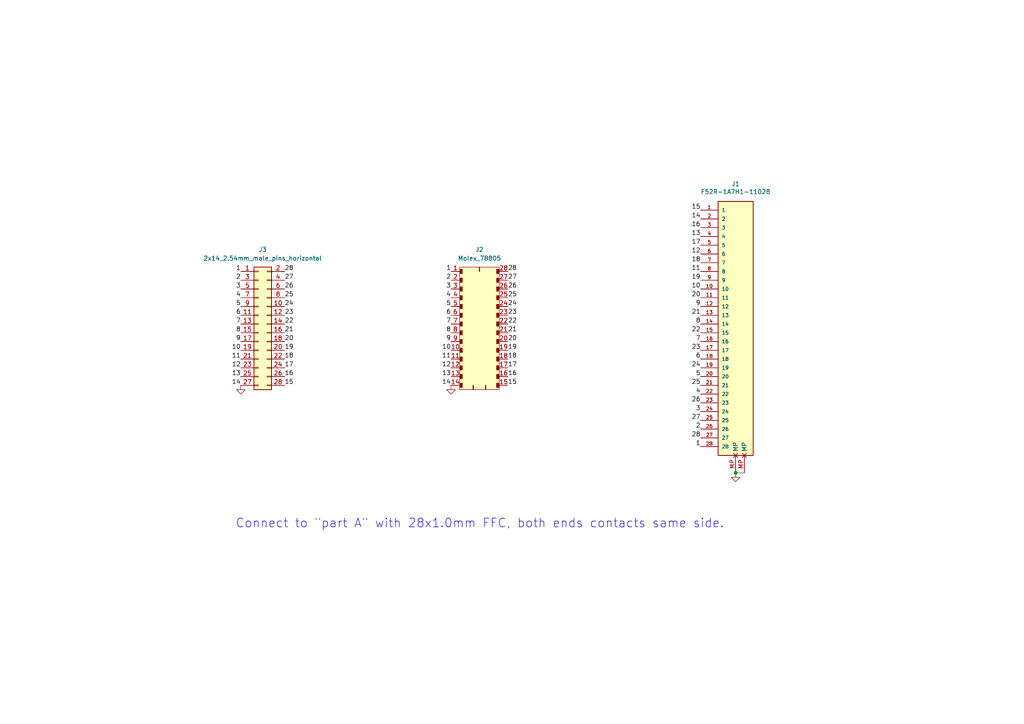
<source format=kicad_sch>
(kicad_sch (version 20231120) (generator "eeschema") (generator_version "8.0")
  (paper "A4")
  (title_block (title "Molex_7880x_28_BUS_TAP_part_B") (date "2024-07-30") (rev "001") (company "Brian K. White - b.kenyon.w@gmail.com") (comment 1 "github.com/bkw777/Molex_7880x_28_bus_tap"))
  (lib_symbols
    (symbol "000_LOCAL:Conn_02x14_Odd_Even" (pin_names (offset 1.016) hide)
      (property "Reference" "J" (at 1.27 17.78 0))
      (property "Value" "Conn_02x14_Odd_Even" (at 1.27 -20.32 0))
      (symbol "Conn_02x14_Odd_Even_1_1"
        (rectangle (start -1.27 -17.653) (end 0 -17.907) (stroke (width 0.1524)))
        (rectangle (start -1.27 -15.113) (end 0 -15.367) (stroke (width 0.1524)))
        (rectangle (start -1.27 -12.573) (end 0 -12.827) (stroke (width 0.1524)))
        (rectangle (start -1.27 -10.033) (end 0 -10.287) (stroke (width 0.1524)))
        (rectangle (start -1.27 -7.493) (end 0 -7.747) (stroke (width 0.1524)))
        (rectangle (start -1.27 -4.953) (end 0 -5.207) (stroke (width 0.1524)))
        (rectangle (start -1.27 -2.413) (end 0 -2.667) (stroke (width 0.1524)))
        (rectangle (start -1.27 0.127) (end 0 -0.127) (stroke (width 0.1524)))
        (rectangle (start -1.27 2.667) (end 0 2.413) (stroke (width 0.1524)))
        (rectangle (start -1.27 5.207) (end 0 4.953) (stroke (width 0.1524)))
        (rectangle (start -1.27 7.747) (end 0 7.493) (stroke (width 0.1524)))
        (rectangle (start -1.27 10.287) (end 0 10.033) (stroke (width 0.1524)))
        (rectangle (start -1.27 12.827) (end 0 12.573) (stroke (width 0.1524)))
        (rectangle (start -1.27 15.367) (end 0 15.113) (stroke (width 0.1524)))
        (rectangle (start -1.27 16.51) (end 3.81 -19.05) (stroke (width 0.254)) (fill (type background)))
        (rectangle (start 3.81 -17.653) (end 2.54 -17.907) (stroke (width 0.1524)))
        (rectangle (start 3.81 -15.113) (end 2.54 -15.367) (stroke (width 0.1524)))
        (rectangle (start 3.81 -12.573) (end 2.54 -12.827) (stroke (width 0.1524)))
        (rectangle (start 3.81 -10.033) (end 2.54 -10.287) (stroke (width 0.1524)))
        (rectangle (start 3.81 -7.493) (end 2.54 -7.747) (stroke (width 0.1524)))
        (rectangle (start 3.81 -4.953) (end 2.54 -5.207) (stroke (width 0.1524)))
        (rectangle (start 3.81 -2.413) (end 2.54 -2.667) (stroke (width 0.1524)))
        (rectangle (start 3.81 0.127) (end 2.54 -0.127) (stroke (width 0.1524)))
        (rectangle (start 3.81 2.667) (end 2.54 2.413) (stroke (width 0.1524)))
        (rectangle (start 3.81 5.207) (end 2.54 4.953) (stroke (width 0.1524)))
        (rectangle (start 3.81 7.747) (end 2.54 7.493) (stroke (width 0.1524)))
        (rectangle (start 3.81 10.287) (end 2.54 10.033) (stroke (width 0.1524)))
        (rectangle (start 3.81 12.827) (end 2.54 12.573) (stroke (width 0.1524)))
        (rectangle (start 3.81 15.367) (end 2.54 15.113) (stroke (width 0.1524)))
        (pin passive line (at -5.08 15.24 0) (length 3.81) (name "Pin_1") (number "1"))
        (pin passive line (at 7.62 5.08 180) (length 3.81) (name "Pin_10") (number "10"))
        (pin passive line (at -5.08 2.54 0) (length 3.81) (name "Pin_11") (number "11"))
        (pin passive line (at 7.62 2.54 180) (length 3.81) (name "Pin_12") (number "12"))
        (pin passive line (at -5.08 0 0) (length 3.81) (name "Pin_13") (number "13"))
        (pin passive line (at 7.62 0 180) (length 3.81) (name "Pin_14") (number "14"))
        (pin passive line (at -5.08 -2.54 0) (length 3.81) (name "Pin_15") (number "15"))
        (pin passive line (at 7.62 -2.54 180) (length 3.81) (name "Pin_16") (number "16"))
        (pin passive line (at -5.08 -5.08 0) (length 3.81) (name "Pin_17") (number "17"))
        (pin passive line (at 7.62 -5.08 180) (length 3.81) (name "Pin_18") (number "18"))
        (pin passive line (at -5.08 -7.62 0) (length 3.81) (name "Pin_19") (number "19"))
        (pin passive line (at 7.62 15.24 180) (length 3.81) (name "Pin_2") (number "2"))
        (pin passive line (at 7.62 -7.62 180) (length 3.81) (name "Pin_20") (number "20"))
        (pin passive line (at -5.08 -10.16 0) (length 3.81) (name "Pin_21") (number "21"))
        (pin passive line (at 7.62 -10.16 180) (length 3.81) (name "Pin_22") (number "22"))
        (pin passive line (at -5.08 -12.7 0) (length 3.81) (name "Pin_23") (number "23"))
        (pin passive line (at 7.62 -12.7 180) (length 3.81) (name "Pin_24") (number "24"))
        (pin passive line (at -5.08 -15.24 0) (length 3.81) (name "Pin_25") (number "25"))
        (pin passive line (at 7.62 -15.24 180) (length 3.81) (name "Pin_26") (number "26"))
        (pin passive line (at -5.08 -17.78 0) (length 3.81) (name "Pin_27") (number "27"))
        (pin passive line (at 7.62 -17.78 180) (length 3.81) (name "Pin_28") (number "28"))
        (pin passive line (at -5.08 12.7 0) (length 3.81) (name "Pin_3") (number "3"))
        (pin passive line (at 7.62 12.7 180) (length 3.81) (name "Pin_4") (number "4"))
        (pin passive line (at -5.08 10.16 0) (length 3.81) (name "Pin_5") (number "5"))
        (pin passive line (at 7.62 10.16 180) (length 3.81) (name "Pin_6") (number "6"))
        (pin passive line (at -5.08 7.62 0) (length 3.81) (name "Pin_7") (number "7"))
        (pin passive line (at 7.62 7.62 180) (length 3.81) (name "Pin_8") (number "8"))
        (pin passive line (at -5.08 5.08 0) (length 3.81) (name "Pin_9") (number "9"))
      )
    )
    (symbol "000_LOCAL:F52R-1A7H1-11028" (pin_names (offset 1.016))
      (property "Reference" "J" (at -5.08 36.195 0))
      (property "Value" "F52R-1A7H1-11028" (at 0 41.91 0))
      (symbol "F52R-1A7H1-11028_0_0"
        (rectangle (start -5.08 35.56) (end 5.08 -38.1) (stroke (width 0.254)) (fill (type background)))
        (pin passive line (at -10.16 33.02 0) (length 5.08) (name "1") (number "1"))
        (pin passive line (at -10.16 10.16 0) (length 5.08) (name "10") (number "10"))
        (pin passive line (at -10.16 7.62 0) (length 5.08) (name "11") (number "11"))
        (pin passive line (at -10.16 5.08 0) (length 5.08) (name "12") (number "12"))
        (pin passive line (at -10.16 2.54 0) (length 5.08) (name "13") (number "13"))
        (pin passive line (at -10.16 0 0) (length 5.08) (name "14") (number "14"))
        (pin passive line (at -10.16 -2.54 0) (length 5.08) (name "15") (number "15"))
        (pin passive line (at -10.16 -5.08 0) (length 5.08) (name "16") (number "16"))
        (pin passive line (at -10.16 -7.62 0) (length 5.08) (name "17") (number "17"))
        (pin passive line (at -10.16 -10.16 0) (length 5.08) (name "18") (number "18"))
        (pin passive line (at -10.16 -12.7 0) (length 5.08) (name "19") (number "19"))
        (pin passive line (at -10.16 30.48 0) (length 5.08) (name "2") (number "2"))
        (pin passive line (at -10.16 -15.24 0) (length 5.08) (name "20") (number "20"))
        (pin passive line (at -10.16 -17.78 0) (length 5.08) (name "21") (number "21"))
        (pin passive line (at -10.16 -20.32 0) (length 5.08) (name "22") (number "22"))
        (pin passive line (at -10.16 -22.86 0) (length 5.08) (name "23") (number "23"))
        (pin passive line (at -10.16 -25.4 0) (length 5.08) (name "24") (number "24"))
        (pin passive line (at -10.16 -27.94 0) (length 5.08) (name "25") (number "25"))
        (pin passive line (at -10.16 -30.48 0) (length 5.08) (name "26") (number "26"))
        (pin passive line (at -10.16 -33.02 0) (length 5.08) (name "27") (number "27"))
        (pin passive line (at -10.16 -35.56 0) (length 5.08) (name "28") (number "28"))
        (pin passive line (at -10.16 27.94 0) (length 5.08) (name "3") (number "3"))
        (pin passive line (at -10.16 25.4 0) (length 5.08) (name "4") (number "4"))
        (pin passive line (at -10.16 22.86 0) (length 5.08) (name "5") (number "5"))
        (pin passive line (at -10.16 20.32 0) (length 5.08) (name "6") (number "6"))
        (pin passive line (at -10.16 17.78 0) (length 5.08) (name "7") (number "7"))
        (pin passive line (at -10.16 15.24 0) (length 5.08) (name "8") (number "8"))
        (pin passive line (at -10.16 12.7 0) (length 5.08) (name "9") (number "9"))
      )
      (symbol "F52R-1A7H1-11028_1_1"
        (pin passive non_logic (at 0 -43.18 90) (length 5.08) (name "MP") (number "MP"))
        (pin passive non_logic (at 2.54 -43.18 90) (length 5.08) (name "MP") (number "MP"))
      )
    )
    (symbol "000_LOCAL:Molex_7780x-28" (pin_names (offset 1.016))
      (property "Reference" "J" (at -7.62 19.05 0))
      (property "Value" "Molex_7780x-28" (at 0 -19.05 0))
      (symbol "Molex_7780x-28_0_1"
        (rectangle (start -3.81 -17.78) (end -3.556 -16.51) (stroke (width 0.0254)) (fill (type outline)))
        (rectangle (start -2.032 17.78) (end -1.778 16.51) (stroke (width 0.0254)) (fill (type outline)))
        (rectangle (start 0 -17.78) (end -0.254 -16.51) (stroke (width 0.0254)) (fill (type outline)))
      )
      (symbol "Molex_7780x-28_1_1"
        (rectangle (start -7.62 -15.875) (end -6.858 -17.145) (fill (type outline)))
        (rectangle (start -7.62 -13.335) (end -6.858 -14.605) (fill (type outline)))
        (rectangle (start -7.62 -10.795) (end -6.858 -12.065) (fill (type outline)))
        (rectangle (start -7.62 -8.255) (end -6.858 -9.525) (fill (type outline)))
        (rectangle (start -7.62 -5.715) (end -6.858 -6.985) (fill (type outline)))
        (rectangle (start -7.62 -3.175) (end -6.858 -4.445) (fill (type outline)))
        (rectangle (start -7.62 -0.635) (end -6.858 -1.905) (fill (type outline)))
        (rectangle (start -7.62 1.905) (end -6.858 0.635) (fill (type outline)))
        (rectangle (start -7.62 4.445) (end -6.858 3.175) (fill (type outline)))
        (rectangle (start -7.62 6.985) (end -6.858 5.715) (fill (type outline)))
        (rectangle (start -7.62 9.525) (end -6.858 8.255) (fill (type outline)))
        (rectangle (start -7.62 12.065) (end -6.858 10.795) (fill (type outline)))
        (rectangle (start -7.62 14.605) (end -6.858 13.335) (fill (type outline)))
        (rectangle (start -7.62 17.145) (end -6.858 15.875) (fill (type outline)))
        (rectangle (start -7.62 17.78) (end 3.81 -17.78) (fill (type background)))
        (rectangle (start 3.048 -15.875) (end 3.81 -17.145) (fill (type outline)))
        (rectangle (start 3.048 -13.335) (end 3.81 -14.605) (fill (type outline)))
        (rectangle (start 3.048 -10.795) (end 3.81 -12.065) (fill (type outline)))
        (rectangle (start 3.048 -8.255) (end 3.81 -9.525) (fill (type outline)))
        (rectangle (start 3.048 -5.715) (end 3.81 -6.985) (fill (type outline)))
        (rectangle (start 3.048 -3.175) (end 3.81 -4.445) (fill (type outline)))
        (rectangle (start 3.048 -0.635) (end 3.81 -1.905) (fill (type outline)))
        (rectangle (start 3.048 1.905) (end 3.81 0.635) (fill (type outline)))
        (rectangle (start 3.048 4.445) (end 3.81 3.175) (fill (type outline)))
        (rectangle (start 3.048 6.985) (end 3.81 5.715) (fill (type outline)))
        (rectangle (start 3.048 9.525) (end 3.81 8.255) (fill (type outline)))
        (rectangle (start 3.048 12.065) (end 3.81 10.795) (fill (type outline)))
        (rectangle (start 3.048 14.605) (end 3.81 13.335) (fill (type outline)))
        (rectangle (start 3.048 17.145) (end 3.81 15.875) (fill (type outline)))
        (pin passive line (at -10.16 16.51 0) (length 2.54) (name "~") (number "1"))
        (pin passive line (at -10.16 -6.35 0) (length 2.54) (name "~") (number "10"))
        (pin passive line (at -10.16 -8.89 0) (length 2.54) (name "~") (number "11"))
        (pin passive line (at -10.16 -11.43 0) (length 2.54) (name "~") (number "12"))
        (pin passive line (at -10.16 -13.97 0) (length 2.54) (name "~") (number "13"))
        (pin passive line (at -10.16 -16.51 0) (length 2.54) (name "~") (number "14"))
        (pin passive line (at 6.35 -16.51 180) (length 2.54) (name "~") (number "15"))
        (pin passive line (at 6.35 -13.97 180) (length 2.54) (name "~") (number "16"))
        (pin passive line (at 6.35 -11.43 180) (length 2.54) (name "~") (number "17"))
        (pin passive line (at 6.35 -8.89 180) (length 2.54) (name "~") (number "18"))
        (pin passive line (at 6.35 -6.35 180) (length 2.54) (name "~") (number "19"))
        (pin passive line (at -10.16 13.97 0) (length 2.54) (name "~") (number "2"))
        (pin passive line (at 6.35 -3.81 180) (length 2.54) (name "~") (number "20"))
        (pin passive line (at 6.35 -1.27 180) (length 2.54) (name "~") (number "21"))
        (pin passive line (at 6.35 1.27 180) (length 2.54) (name "~") (number "22"))
        (pin passive line (at 6.35 3.81 180) (length 2.54) (name "~") (number "23"))
        (pin passive line (at 6.35 6.35 180) (length 2.54) (name "~") (number "24"))
        (pin passive line (at 6.35 8.89 180) (length 2.54) (name "~") (number "25"))
        (pin passive line (at 6.35 11.43 180) (length 2.54) (name "~") (number "26"))
        (pin passive line (at 6.35 13.97 180) (length 2.54) (name "~") (number "27"))
        (pin passive line (at 6.35 16.51 180) (length 2.54) (name "~") (number "28"))
        (pin passive line (at -10.16 11.43 0) (length 2.54) (name "~") (number "3"))
        (pin passive line (at -10.16 8.89 0) (length 2.54) (name "~") (number "4"))
        (pin passive line (at -10.16 6.35 0) (length 2.54) (name "~") (number "5"))
        (pin passive line (at -10.16 3.81 0) (length 2.54) (name "~") (number "6"))
        (pin passive line (at -10.16 1.27 0) (length 2.54) (name "~") (number "7"))
        (pin passive line (at -10.16 -1.27 0) (length 2.54) (name "~") (number "8"))
        (pin passive line (at -10.16 -3.81 0) (length 2.54) (name "~") (number "9"))
      )
    )
    (symbol "power:GND" (power) (pin_numbers hide) (pin_names (offset 0) hide)
      (property "Value" "GND" (at 0 -3.81 0))
      (symbol "GND_0_1"
        (polyline (pts (xy 0 0) (xy 0 -1.27) (xy 1.27 -1.27) (xy 0 -2.54) (xy -1.27 -1.27) (xy 0 -1.27)))
      )
      (symbol "GND_1_1"
        (pin power_in line (at 0 0 270) (length 0) (name "~") (number "1"))
      )
    )
  )
  (junction (at 213.36 137.16))
  (wire (pts (xy 213.36 137.16) (xy 215.9 137.16)))
  (text "Connect to \"part A\" with 28x1.0mm FFC, both ends contacts same side." (at 139.192 151.892 0) (effects (font (size 2.54 2.54))))
  (label "22" (at 82.55 93.98 0))
  (label "24" (at 147.32 88.9 0))
  (label "12" (at 69.85 106.68 180))
  (label "16" (at 147.32 109.22 0))
  (label "19" (at 147.32 101.6 0))
  (label "11" (at 69.85 104.14 180))
  (label "4" (at 69.85 86.36 180))
  (label "7" (at 203.2 99.06 180))
  (label "23" (at 147.32 91.44 0))
  (label "24" (at 203.2 106.68 180))
  (label "17" (at 203.2 71.12 180))
  (label "21" (at 147.32 96.52 0))
  (label "2" (at 130.81 81.28 180))
  (label "20" (at 203.2 86.36 180))
  (label "14" (at 69.85 111.76 180))
  (label "23" (at 82.55 91.44 0))
  (label "19" (at 82.55 101.6 0))
  (label "3" (at 203.2 119.38 180))
  (label "10" (at 130.81 101.6 180))
  (label "18" (at 203.2 76.2 180))
  (label "13" (at 69.85 109.22 180))
  (label "6" (at 130.81 91.44 180))
  (label "26" (at 147.32 83.82 0))
  (label "3" (at 69.85 83.82 180))
  (label "9" (at 203.2 88.9 180))
  (label "5" (at 130.81 88.9 180))
  (label "28" (at 147.32 78.74 0))
  (label "22" (at 203.2 96.52 180))
  (label "17" (at 82.55 106.68 0))
  (label "10" (at 203.2 83.82 180))
  (label "28" (at 82.55 78.74 0))
  (label "13" (at 203.2 68.58 180))
  (label "2" (at 69.85 81.28 180))
  (label "14" (at 203.2 63.5 180))
  (label "11" (at 130.81 104.14 180))
  (label "27" (at 147.32 81.28 0))
  (label "26" (at 82.55 83.82 0))
  (label "21" (at 203.2 91.44 180))
  (label "9" (at 69.85 99.06 180))
  (label "21" (at 82.55 96.52 0))
  (label "14" (at 130.81 111.76 180))
  (label "15" (at 82.55 111.76 0))
  (label "24" (at 82.55 88.9 0))
  (label "10" (at 69.85 101.6 180))
  (label "25" (at 147.32 86.36 0))
  (label "5" (at 69.85 88.9 180))
  (label "20" (at 147.32 99.06 0))
  (label "12" (at 130.81 106.68 180))
  (label "25" (at 82.55 86.36 0))
  (label "6" (at 69.85 91.44 180))
  (label "18" (at 147.32 104.14 0))
  (label "16" (at 82.55 109.22 0))
  (label "16" (at 203.2 66.04 180))
  (label "28" (at 203.2 127 180))
  (label "23" (at 203.2 101.6 180))
  (label "4" (at 203.2 114.3 180))
  (label "17" (at 147.32 106.68 0))
  (label "8" (at 130.81 96.52 180))
  (label "4" (at 130.81 86.36 180))
  (label "15" (at 203.2 60.96 180))
  (label "12" (at 203.2 73.66 180))
  (label "6" (at 203.2 104.14 180))
  (label "11" (at 203.2 78.74 180))
  (label "7" (at 69.85 93.98 180))
  (label "25" (at 203.2 111.76 180))
  (label "26" (at 203.2 116.84 180))
  (label "7" (at 130.81 93.98 180))
  (label "8" (at 203.2 93.98 180))
  (label "1" (at 130.81 78.74 180))
  (label "15" (at 147.32 111.76 0))
  (label "20" (at 82.55 99.06 0))
  (label "2" (at 203.2 124.46 180))
  (label "9" (at 130.81 99.06 180))
  (label "1" (at 203.2 129.54 180))
  (label "22" (at 147.32 93.98 0))
  (label "13" (at 130.81 109.22 180))
  (label "5" (at 203.2 109.22 180))
  (label "27" (at 82.55 81.28 0))
  (label "27" (at 203.2 121.92 180))
  (label "19" (at 203.2 81.28 180))
  (label "1" (at 69.85 78.74 180))
  (label "18" (at 82.55 104.14 0))
  (label "8" (at 69.85 96.52 180))
  (label "3" (at 130.81 83.82 180))
  (symbol (lib_id "power:GND") (at 69.85 111.76 0) (unit 1)
    (property "Reference" "#PWR02" (effects (hide yes)))
    (property "Value" "GND" (effects (hide yes)))
    (property "Description" "Power symbol creates a global label with name \"GND\" , ground" (effects (hide yes)))
  )
  (symbol (lib_id "power:GND") (at 130.81 111.76 0) (unit 1)
    (property "Reference" "#PWR03" (effects (hide yes)))
    (property "Value" "GND" (effects (hide yes)))
    (property "Description" "Power symbol creates a global label with name \"GND\" , ground" (effects (hide yes)))
  )
  (symbol (lib_id "power:GND") (at 213.36 137.16 0) (unit 1)
    (property "Reference" "#PWR01" (effects (hide yes)))
    (property "Value" "GND" (effects (hide yes)))
    (property "Description" "Power symbol creates a global label with name \"GND\" , ground" (effects (hide yes)))
  )
  (symbol (lib_id "000_LOCAL:Conn_02x14_Odd_Even") (at 74.93 93.98 0) (unit 1)
    (property "Reference" "J3" (at 76.2 72.39 0))
    (property "Value" "2x14_2.54mm_male_pins_horizontal" (at 76.2 74.93 0))
    (property "Footprint" "000_LOCAL:PinHeader_2x14_P2.54mm_LH" (effects (hide yes)))
    (property "Description" "Generic connector, double row, 02x14, odd/even pin numbering scheme (row 1 odd numbers, row 2 even numbers), script generated (kicad-library-utils/schlib/autogen/connector/)" (effects (hide yes)))
  )
  (symbol (lib_id "000_LOCAL:F52R-1A7H1-11028") (at 213.36 93.98 0) (unit 1)
    (property "Reference" "J1" (at 213.36 53.34 0))
    (property "Value" "F52R-1A7H1-11028" (at 213.36 55.626 0))
    (property "Footprint" "000_LOCAL:F52R-1A7H1-11028" (effects (hide yes)))
    (property "Datasheet" "datasheets/F52R.pdf" (effects (hide yes)))
    (property "PARTREV" "A" (effects (hide yes)))
    (property "STANDARD" "Manufacturer Recommendations" (effects (hide yes)))
    (property "MAXIMUM_PACKAGE_HEIGHT" "2.55 mm" (effects (hide yes)))
    (property "MANUFACTURER" "Amphenol" (effects (hide yes)))
  )
  (symbol (lib_id "000_LOCAL:Molex_7780x-28") (at 140.97 95.25 0) (unit 1)
    (property "Reference" "J2" (at 139.065 72.39 0))
    (property "Value" "Molex_78805" (at 139.065 74.93 0))
    (property "Footprint" "000_LOCAL:Molex_78805" (effects (hide yes)))
    (property "Datasheet" "datasheets/015299282_sd_corrected.pdf" (effects (hide yes)))
  )
)
</source>
